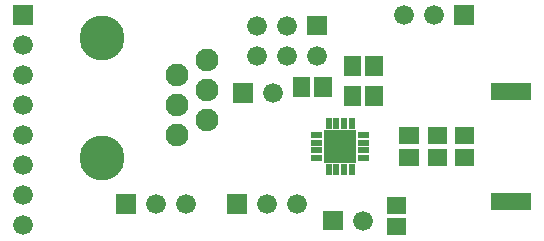
<source format=gbr>
G04 start of page 6 for group -4063 idx -4063 *
G04 Title: (unknown), componentmask *
G04 Creator: pcb 20110918 *
G04 CreationDate: Tue 27 Aug 2013 03:50:04 AM GMT UTC *
G04 For: ndholmes *
G04 Format: Gerber/RS-274X *
G04 PCB-Dimensions: 180000 82000 *
G04 PCB-Coordinate-Origin: lower left *
%MOIN*%
%FSLAX25Y25*%
%LNTOPMASK*%
%ADD47R,0.0200X0.0200*%
%ADD46R,0.0570X0.0570*%
%ADD45R,0.0572X0.0572*%
%ADD44C,0.1500*%
%ADD43C,0.0660*%
%ADD42C,0.0001*%
%ADD41C,0.0760*%
G54D41*X68000Y61000D03*
X58000Y56000D03*
Y46000D03*
Y36000D03*
X68000Y51000D03*
Y41000D03*
G54D42*G36*
X76700Y53300D02*Y46700D01*
X83300D01*
Y53300D01*
X76700D01*
G37*
G54D43*X90000Y50000D03*
G54D42*G36*
X101200Y75800D02*Y69200D01*
X107800D01*
Y75800D01*
X101200D01*
G37*
G54D43*X94500Y72500D03*
X84500D03*
X104500Y62500D03*
X94500D03*
X84500D03*
G54D42*G36*
X150200Y79300D02*Y72700D01*
X156800D01*
Y79300D01*
X150200D01*
G37*
G54D43*X143500Y76000D03*
X133500D03*
X6500Y46000D03*
Y36000D03*
Y26000D03*
Y16000D03*
G54D44*X33000Y28500D03*
G54D42*G36*
X3200Y79300D02*Y72700D01*
X9800D01*
Y79300D01*
X3200D01*
G37*
G54D43*X6500Y66000D03*
Y56000D03*
G54D44*X33000Y68500D03*
G54D43*X6500Y6000D03*
G54D42*G36*
X37700Y16300D02*Y9700D01*
X44300D01*
Y16300D01*
X37700D01*
G37*
G54D43*X51000Y13000D03*
X61000D03*
G54D42*G36*
X74700Y16300D02*Y9700D01*
X81300D01*
Y16300D01*
X74700D01*
G37*
G54D43*X88000Y13000D03*
X98000D03*
G54D42*G36*
X106700Y10800D02*Y4200D01*
X113300D01*
Y10800D01*
X106700D01*
G37*
G54D43*X120000Y7500D03*
G54D45*X134857Y35705D02*X135643D01*
X134857Y28619D02*X135643D01*
X144357Y35705D02*X145143D01*
X144357Y28619D02*X145143D01*
X153357Y35705D02*X154143D01*
X153357Y28619D02*X154143D01*
G54D46*X165500Y50462D02*X173000D01*
X165500Y13862D02*X173000D01*
G54D45*X130607Y5457D02*X131393D01*
X130607Y12543D02*X131393D01*
G54D47*X119150Y28324D02*X120850D01*
X119150Y30883D02*X120850D01*
X119150Y33441D02*X120850D01*
X119150Y36000D02*X120850D01*
X116088Y40762D02*Y39062D01*
Y25262D02*Y23562D01*
G54D45*X123543Y59393D02*Y58607D01*
X116457Y59393D02*Y58607D01*
X123543Y49393D02*Y48607D01*
X116457Y49393D02*Y48607D01*
G54D47*X113529Y40762D02*Y39062D01*
X110971Y40762D02*Y39062D01*
G54D45*X106543Y52393D02*Y51607D01*
X99457Y52393D02*Y51607D01*
G54D47*X108412Y40762D02*Y39062D01*
Y25262D02*Y23562D01*
X110971Y25262D02*Y23562D01*
X113529Y25262D02*Y23562D01*
G54D42*G36*
X106900Y37512D02*Y26812D01*
X117600D01*
Y37512D01*
X106900D01*
G37*
G36*
Y26812D01*
X117600D01*
Y37512D01*
X106900D01*
G37*
G54D47*X103650Y36000D02*X105350D01*
X103650Y33441D02*X105350D01*
X103650Y30883D02*X105350D01*
X103650Y28324D02*X105350D01*
M02*

</source>
